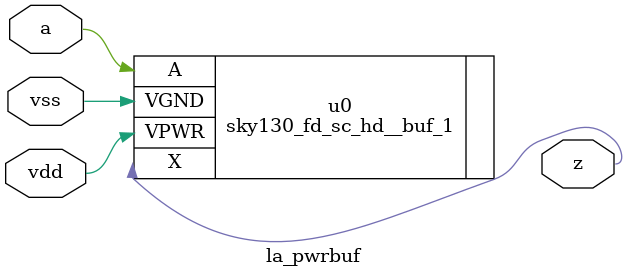
<source format=v>

module la_pwrbuf #(
    parameter PROP = "DEFAULT"
) (
    input  vdd,
    input  vss,
    input  a,
    output z
);

  // `ifdef SIM
  //    assign z = ((vdd === 1'b1) && (vss === 1'b0)) ? a : 1'bX;
  // `else
  //    assign z = a;
  // `endif

  sky130_fd_sc_hd__buf_1 u0 (
      .A(a),
      .X(z),
      .VGND(vss),
      .VPWR(vdd)
  );

endmodule

</source>
